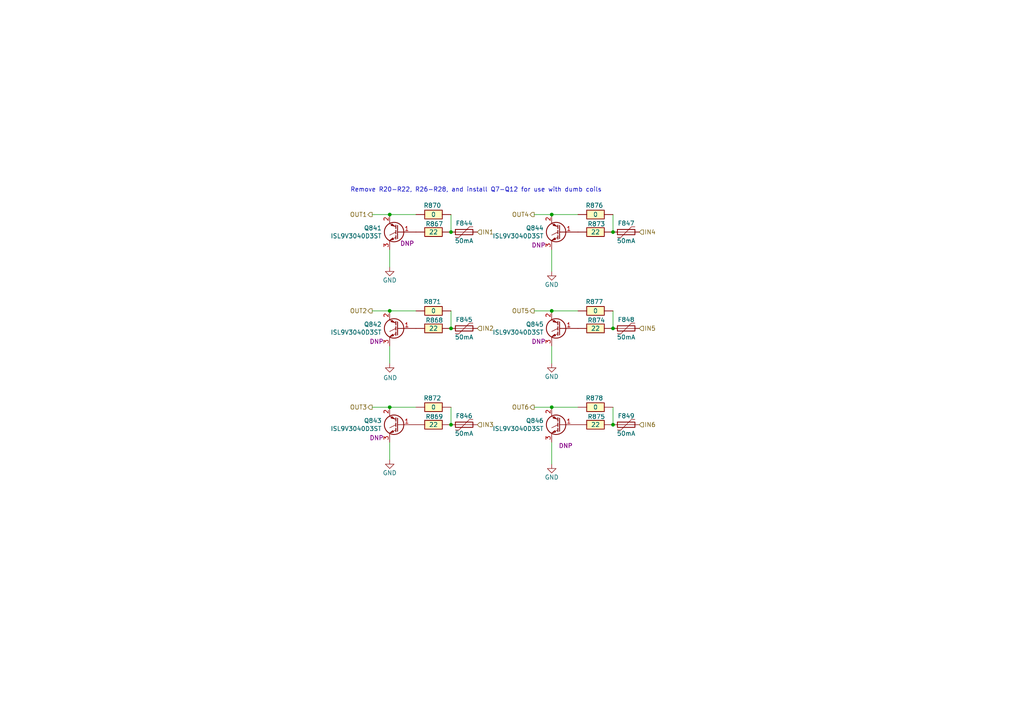
<source format=kicad_sch>
(kicad_sch (version 20231120) (generator "eeschema") (generator_version "8.0")
  (paper "A4")
  (lib_symbols
    (symbol "Device:Polyfuse" (pin_numbers hide) (pin_names (offset 0))
      (property "Reference" "F" (at -2.54 0 90))
      (property "Value" "Polyfuse" (at 2.54 0 90))
      (symbol "Polyfuse_0_1"
        (rectangle (start -0.762 2.54) (end 0.762 -2.54) (stroke (width 0.254)))
        (polyline (pts (xy 0 2.54) (xy 0 -2.54)))
        (polyline (pts (xy -1.524 2.54) (xy -1.524 1.524) (xy 1.524 -1.524) (xy 1.524 -2.54)))
      )
      (symbol "Polyfuse_1_1"
        (pin passive line (at 0 3.81 270) (length 1.27) (name "~") (number "1"))
        (pin passive line (at 0 -3.81 90) (length 1.27) (name "~") (number "2"))
      )
    )
    (symbol "Device:Q_NIGBT_GCE" (pin_names (offset 0) hide)
      (property "Reference" "Q" (at 5.08 1.27 0))
      (property "Value" "Q_NIGBT_GCE" (at 5.08 -1.27 0))
      (symbol "Q_NIGBT_GCE_0_1"
        (polyline (pts (xy 0.762 -1.016) (xy 0.762 -2.032)) (stroke (width 0.254)))
        (polyline (pts (xy 0.762 0.508) (xy 0.762 -0.508)) (stroke (width 0.254)))
        (polyline (pts (xy 0.762 2.032) (xy 0.762 1.016)) (stroke (width 0.254)))
        (polyline (pts (xy 2.54 -2.413) (xy 0.762 -1.524)))
        (polyline (pts (xy 2.54 -0.889) (xy 0.762 0)))
        (polyline (pts (xy 2.54 2.413) (xy 0.762 1.524)))
        (polyline (pts (xy 0.254 1.905) (xy 0.254 -1.905) (xy 0.254 -1.905)) (stroke (width 0.254)))
        (polyline (pts (xy 1.397 -2.159) (xy 1.651 -1.651) (xy 2.54 -2.413) (xy 1.397 -2.159)) (fill (type outline)))
        (polyline (pts (xy 2.159 1.905) (xy 1.905 2.413) (xy 1.016 1.651) (xy 2.159 1.905)) (fill (type outline)))
        (circle (center 1.27 0) (radius 2.8194) (stroke (width 0.254)))
      )
      (symbol "Q_NIGBT_GCE_1_1"
        (pin input line (at -5.08 0 0) (length 5.334) (name "G") (number "1"))
        (pin passive line (at 2.54 5.08 270) (length 2.54) (name "C") (number "2"))
        (pin passive line (at 2.54 -5.08 90) (length 2.54) (name "E") (number "3"))
      )
    )
    (symbol "hellen-one-common:Res" (pin_numbers hide)
      (property "Reference" "R" (at 3.81 2.54 0))
      (property "Value" "Res" (at 5.08 -2.54 0))
      (symbol "Res_1_0"
        (rectangle (start 2.54 -1.27) (end 7.62 1.27) (stroke (width 0.254)) (fill (type background)))
        (pin passive line (at 0 0 0) (length 2.54) (name "") (number "1"))
        (pin passive line (at 10.16 0 180) (length 2.54) (name "") (number "2"))
      )
    )
    (symbol "power:GND" (power) (pin_numbers hide) (pin_names (offset 0) hide)
      (property "Value" "GND" (at 0 -3.81 0))
      (symbol "GND_0_1"
        (polyline (pts (xy 0 0) (xy 0 -1.27) (xy 1.27 -1.27) (xy 0 -2.54) (xy -1.27 -1.27) (xy 0 -1.27)))
      )
      (symbol "GND_1_1"
        (pin power_in line (at 0 0 270) (length 0) (name "~") (number "1"))
      )
    )
  )
  (junction (at 130.81 67.31))
  (junction (at 130.81 123.19))
  (junction (at 160.02 90.17))
  (junction (at 177.8 123.19))
  (junction (at 113.03 118.11))
  (junction (at 160.02 118.11))
  (junction (at 160.02 62.23))
  (junction (at 177.8 95.25))
  (junction (at 113.03 62.23))
  (junction (at 113.03 90.17))
  (junction (at 130.81 95.25))
  (junction (at 177.8 67.31))
  (wire (pts (xy 160.02 118.11) (xy 167.64 118.11)))
  (wire (pts (xy 160.02 100.33) (xy 160.02 105.41)))
  (wire (pts (xy 154.94 62.23) (xy 160.02 62.23)))
  (wire (pts (xy 160.02 62.23) (xy 167.64 62.23)))
  (wire (pts (xy 160.02 128.27) (xy 160.02 134.62)))
  (wire (pts (xy 113.03 100.33) (xy 113.03 105.41)))
  (wire (pts (xy 130.81 118.11) (xy 130.81 123.19)))
  (wire (pts (xy 113.03 128.27) (xy 113.03 133.35)))
  (wire (pts (xy 177.8 90.17) (xy 177.8 95.25)))
  (wire (pts (xy 177.8 62.23) (xy 177.8 67.31)))
  (wire (pts (xy 107.95 62.23) (xy 113.03 62.23)))
  (wire (pts (xy 160.02 90.17) (xy 167.64 90.17)))
  (wire (pts (xy 113.03 72.39) (xy 113.03 77.47)))
  (wire (pts (xy 154.94 90.17) (xy 160.02 90.17)))
  (wire (pts (xy 113.03 62.23) (xy 120.65 62.23)))
  (wire (pts (xy 177.8 118.11) (xy 177.8 123.19)))
  (wire (pts (xy 130.81 62.23) (xy 130.81 67.31)))
  (wire (pts (xy 113.03 90.17) (xy 120.65 90.17)))
  (wire (pts (xy 160.02 72.39) (xy 160.02 78.74)))
  (wire (pts (xy 107.95 118.11) (xy 113.03 118.11)))
  (wire (pts (xy 130.81 90.17) (xy 130.81 95.25)))
  (wire (pts (xy 154.94 118.11) (xy 160.02 118.11)))
  (wire (pts (xy 113.03 118.11) (xy 120.65 118.11)))
  (wire (pts (xy 107.95 90.17) (xy 113.03 90.17)))
  (text "Remove R20-R22, R26-R28, and install Q7-Q12 for use with dumb coils" (at 101.6 55.88 0) (effects (font (size 1.27 1.27)) (justify left bottom)))
  (hierarchical_label "IN3" (shape input) (at 138.43 123.19 0))
  (hierarchical_label "IN4" (shape input) (at 185.42 67.31 0))
  (hierarchical_label "OUT5" (shape output) (at 154.94 90.17 180))
  (hierarchical_label "OUT4" (shape output) (at 154.94 62.23 180))
  (hierarchical_label "OUT6" (shape output) (at 154.94 118.11 180))
  (hierarchical_label "IN5" (shape input) (at 185.42 95.25 0))
  (hierarchical_label "IN2" (shape input) (at 138.43 95.25 0))
  (hierarchical_label "OUT1" (shape output) (at 107.95 62.23 180))
  (hierarchical_label "OUT3" (shape output) (at 107.95 118.11 180))
  (hierarchical_label "OUT2" (shape output) (at 107.95 90.17 180))
  (hierarchical_label "IN6" (shape input) (at 185.42 123.19 0))
  (hierarchical_label "IN1" (shape input) (at 138.43 67.31 0))
  (symbol (lib_id "hellen-one-common:Res") (at 177.8 90.17 0) (mirror y) (unit 1)
    (property "Reference" "R877" (at 172.3996 87.5253 0))
    (property "Value" "0" (at 172.72 90.17 0))
    (property "Footprint" "Resistor_SMD:R_2512_6332Metric" (effects (hide yes)))
    (property "LCSC" "C25469" (effects (hide yes)))
  )
  (symbol (lib_id "hellen-one-common:Res") (at 167.64 95.25 0) (mirror x) (unit 1)
    (property "Reference" "R874" (at 172.962 92.9018 0))
    (property "Value" "22" (at 172.72 95.25 0))
    (property "Footprint" "hellen-one-common:R0603" (effects (hide yes)))
    (property "LCSC" "C23345" (effects (hide yes)))
  )
  (symbol (lib_id "hellen-one-common:Res") (at 177.8 62.23 0) (mirror y) (unit 1)
    (property "Reference" "R876" (at 172.3996 59.5853 0))
    (property "Value" "0" (at 172.72 62.23 0))
    (property "Footprint" "Resistor_SMD:R_2512_6332Metric" (effects (hide yes)))
    (property "LCSC" "C25469" (effects (hide yes)))
  )
  (symbol (lib_id "hellen-one-common:Res") (at 177.8 118.11 0) (mirror y) (unit 1)
    (property "Reference" "R878" (at 172.3996 115.4653 0))
    (property "Value" "0" (at 172.72 118.11 0))
    (property "Footprint" "Resistor_SMD:R_2512_6332Metric" (effects (hide yes)))
    (property "LCSC" "C25469" (effects (hide yes)))
  )
  (symbol (lib_id "hellen-one-common:Res") (at 130.81 90.17 0) (mirror y) (unit 1)
    (property "Reference" "R871" (at 125.4096 87.5253 0))
    (property "Value" "0" (at 125.73 90.17 0))
    (property "Footprint" "Resistor_SMD:R_2512_6332Metric" (effects (hide yes)))
    (property "LCSC" "C25469" (effects (hide yes)))
  )
  (symbol (lib_id "hellen-one-common:Res") (at 130.81 62.23 0) (mirror y) (unit 1)
    (property "Reference" "R870" (at 125.4096 59.5853 0))
    (property "Value" "0" (at 125.73 62.23 0))
    (property "Footprint" "Resistor_SMD:R_2512_6332Metric" (effects (hide yes)))
    (property "LCSC" "C25469" (effects (hide yes)))
  )
  (symbol (lib_id "hellen-one-common:Res") (at 130.81 118.11 0) (mirror y) (unit 1)
    (property "Reference" "R872" (at 125.4096 115.4653 0))
    (property "Value" "0" (at 125.73 118.11 0))
    (property "Footprint" "Resistor_SMD:R_2512_6332Metric" (effects (hide yes)))
    (property "LCSC" "C25469" (effects (hide yes)))
  )
  (symbol (lib_id "Device:Q_NIGBT_GCE") (at 162.56 123.19 0) (mirror y) (unit 1)
    (property "Reference" "Q846" (at 157.7086 122.0216 0) (effects (justify left)))
    (property "Value" "ISL9V3040D3ST" (at 157.7086 124.333 0) (effects (justify left)))
    (property "Footprint" "Package_TO_SOT_SMD:TO-252-2" (effects (hide yes)))
    (property "MyComment" "DNP" (at 164.084 129.286 0))
  )
  (symbol (lib_id "hellen-one-common:Res") (at 167.64 67.31 0) (mirror x) (unit 1)
    (property "Reference" "R873" (at 172.962 64.9618 0))
    (property "Value" "22" (at 172.72 67.31 0))
    (property "Footprint" "hellen-one-common:R0603" (effects (hide yes)))
    (property "LCSC" "C23345" (effects (hide yes)))
  )
  (symbol (lib_id "power:GND") (at 113.03 133.35 0) (unit 1)
    (property "Reference" "#PWR010" (effects (hide yes)))
    (property "Value" "GND" (at 113.03 137.16 0))
    (property "Description" "Power symbol creates a global label with name \"GND\" , ground" (effects (hide yes)))
  )
  (symbol (lib_id "Device:Q_NIGBT_GCE") (at 162.56 67.31 0) (mirror y) (unit 1)
    (property "Reference" "Q844" (at 157.7086 66.1416 0) (effects (justify left)))
    (property "Value" "ISL9V3040D3ST" (at 157.7086 68.453 0) (effects (justify left)))
    (property "Footprint" "Package_TO_SOT_SMD:TO-252-2" (effects (hide yes)))
    (property "MyComment" "DNP" (at 156.21 71.12 0))
  )
  (symbol (lib_id "power:GND") (at 160.02 78.74 0) (unit 1)
    (property "Reference" "#PWR016" (effects (hide yes)))
    (property "Value" "GND" (at 160.02 82.55 0))
    (property "Description" "Power symbol creates a global label with name \"GND\" , ground" (effects (hide yes)))
  )
  (symbol (lib_id "Device:Polyfuse") (at 181.61 67.31 90) (unit 1)
    (property "Reference" "F847" (at 181.61 64.77 90))
    (property "Value" "50mA" (at 181.61 69.85 90))
    (property "Footprint" "Fuse:Fuse_0603_1608Metric" (effects (hide yes)))
    (property "LCSC" "C369141" (effects (hide yes)))
  )
  (symbol (lib_id "Device:Polyfuse") (at 181.61 123.19 90) (unit 1)
    (property "Reference" "F849" (at 181.61 120.65 90))
    (property "Value" "50mA" (at 181.61 125.73 90))
    (property "Footprint" "Fuse:Fuse_0603_1608Metric" (effects (hide yes)))
    (property "LCSC" "C369141" (effects (hide yes)))
  )
  (symbol (lib_id "Device:Q_NIGBT_GCE") (at 115.57 95.25 0) (mirror y) (unit 1)
    (property "Reference" "Q842" (at 110.7186 94.0816 0) (effects (justify left)))
    (property "Value" "ISL9V3040D3ST" (at 110.7186 96.393 0) (effects (justify left)))
    (property "Footprint" "Package_TO_SOT_SMD:TO-252-2" (effects (hide yes)))
    (property "MyComment" "DNP" (at 109.22 99.06 0))
  )
  (symbol (lib_id "Device:Q_NIGBT_GCE") (at 162.56 95.25 0) (mirror y) (unit 1)
    (property "Reference" "Q845" (at 157.7086 94.0816 0) (effects (justify left)))
    (property "Value" "ISL9V3040D3ST" (at 157.7086 96.393 0) (effects (justify left)))
    (property "Footprint" "Package_TO_SOT_SMD:TO-252-2" (effects (hide yes)))
    (property "MyComment" "DNP" (at 156.21 99.06 0))
  )
  (symbol (lib_id "hellen-one-common:Res") (at 167.64 123.19 0) (mirror x) (unit 1)
    (property "Reference" "R875" (at 172.962 120.8418 0))
    (property "Value" "22" (at 172.72 123.19 0))
    (property "Footprint" "hellen-one-common:R0603" (effects (hide yes)))
    (property "LCSC" "C23345" (effects (hide yes)))
  )
  (symbol (lib_id "hellen-one-common:Res") (at 120.65 67.31 0) (mirror x) (unit 1)
    (property "Reference" "R867" (at 125.972 64.9618 0))
    (property "Value" "22" (at 125.73 67.31 0))
    (property "Footprint" "hellen-one-common:R0603" (effects (hide yes)))
    (property "LCSC" "C23345" (effects (hide yes)))
  )
  (symbol (lib_id "power:GND") (at 160.02 105.41 0) (unit 1)
    (property "Reference" "#PWR017" (effects (hide yes)))
    (property "Value" "GND" (at 160.02 109.22 0))
    (property "Description" "Power symbol creates a global label with name \"GND\" , ground" (effects (hide yes)))
  )
  (symbol (lib_id "Device:Polyfuse") (at 134.62 95.25 90) (unit 1)
    (property "Reference" "F845" (at 134.62 92.71 90))
    (property "Value" "50mA" (at 134.62 97.79 90))
    (property "Footprint" "Fuse:Fuse_0603_1608Metric" (effects (hide yes)))
    (property "LCSC" "C369141" (effects (hide yes)))
  )
  (symbol (lib_id "Device:Q_NIGBT_GCE") (at 115.57 67.31 0) (mirror y) (unit 1)
    (property "Reference" "Q841" (at 110.7186 66.1416 0) (effects (justify left)))
    (property "Value" "ISL9V3040D3ST" (at 110.7186 68.453 0) (effects (justify left)))
    (property "Footprint" "Package_TO_SOT_SMD:TO-252-2" (effects (hide yes)))
    (property "MyComment" "DNP" (at 118.11 70.612 0))
  )
  (symbol (lib_id "Device:Polyfuse") (at 134.62 123.19 90) (unit 1)
    (property "Reference" "F846" (at 134.62 120.65 90))
    (property "Value" "50mA" (at 134.62 125.73 90))
    (property "Footprint" "Fuse:Fuse_0603_1608Metric" (effects (hide yes)))
    (property "LCSC" "C369141" (effects (hide yes)))
  )
  (symbol (lib_id "power:GND") (at 113.03 105.41 0) (unit 1)
    (property "Reference" "#PWR09" (effects (hide yes)))
    (property "Value" "GND" (at 113.1794 109.581 0))
    (property "Description" "Power symbol creates a global label with name \"GND\" , ground" (effects (hide yes)))
  )
  (symbol (lib_id "hellen-one-common:Res") (at 120.65 95.25 0) (mirror x) (unit 1)
    (property "Reference" "R868" (at 125.972 92.9018 0))
    (property "Value" "22" (at 125.73 95.25 0))
    (property "Footprint" "hellen-one-common:R0603" (effects (hide yes)))
    (property "LCSC" "C23345" (effects (hide yes)))
  )
  (symbol (lib_id "power:GND") (at 113.03 77.47 0) (unit 1)
    (property "Reference" "#PWR08" (effects (hide yes)))
    (property "Value" "GND" (at 113.03 81.28 0))
    (property "Description" "Power symbol creates a global label with name \"GND\" , ground" (effects (hide yes)))
  )
  (symbol (lib_id "Device:Polyfuse") (at 181.61 95.25 90) (unit 1)
    (property "Reference" "F848" (at 181.61 92.71 90))
    (property "Value" "50mA" (at 181.61 97.79 90))
    (property "Footprint" "Fuse:Fuse_0603_1608Metric" (effects (hide yes)))
    (property "LCSC" "C369141" (effects (hide yes)))
  )
  (symbol (lib_id "Device:Q_NIGBT_GCE") (at 115.57 123.19 0) (mirror y) (unit 1)
    (property "Reference" "Q843" (at 110.7186 122.0216 0) (effects (justify left)))
    (property "Value" "ISL9V3040D3ST" (at 110.7186 124.333 0) (effects (justify left)))
    (property "Footprint" "Package_TO_SOT_SMD:TO-252-2" (effects (hide yes)))
    (property "MyComment" "DNP" (at 109.22 127 0))
  )
  (symbol (lib_id "hellen-one-common:Res") (at 120.65 123.19 0) (mirror x) (unit 1)
    (property "Reference" "R869" (at 125.972 120.8418 0))
    (property "Value" "22" (at 125.73 123.19 0))
    (property "Footprint" "hellen-one-common:R0603" (effects (hide yes)))
    (property "LCSC" "C23345" (effects (hide yes)))
  )
  (symbol (lib_id "Device:Polyfuse") (at 134.62 67.31 90) (unit 1)
    (property "Reference" "F844" (at 134.62 64.77 90))
    (property "Value" "50mA" (at 134.62 69.85 90))
    (property "Footprint" "Fuse:Fuse_0603_1608Metric" (effects (hide yes)))
    (property "LCSC" "C369141" (effects (hide yes)))
  )
  (symbol (lib_id "power:GND") (at 160.02 134.62 0) (unit 1)
    (property "Reference" "#PWR018" (effects (hide yes)))
    (property "Value" "GND" (at 160.02 138.43 0))
    (property "Description" "Power symbol creates a global label with name \"GND\" , ground" (effects (hide yes)))
  )
)
</source>
